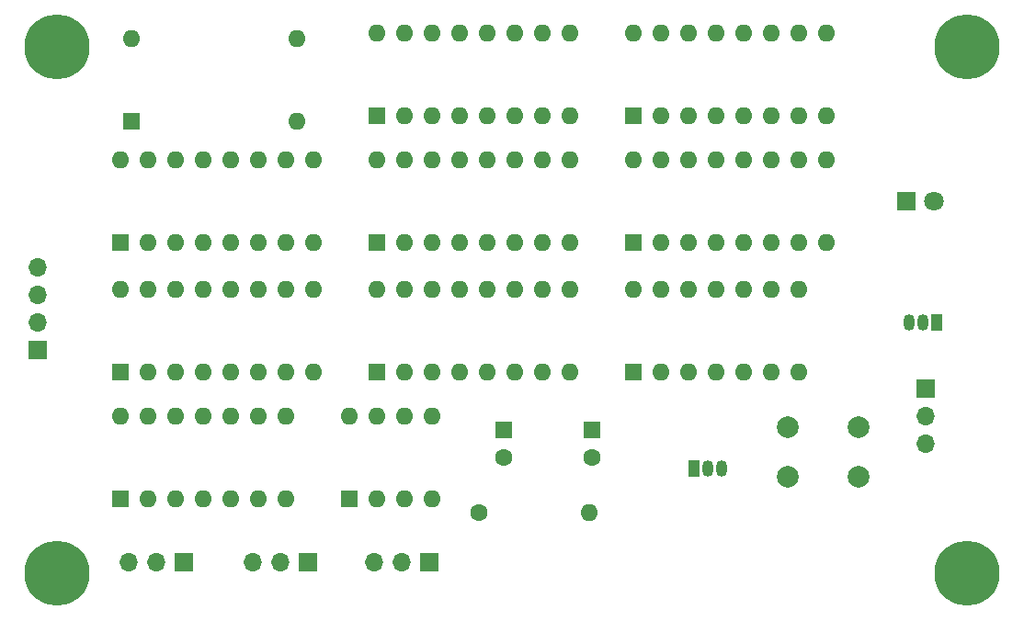
<source format=gbr>
%TF.GenerationSoftware,KiCad,Pcbnew,(5.1.10-1-10_14)*%
%TF.CreationDate,2021-07-31T21:51:31-04:00*%
%TF.ProjectId,CLOCK,434c4f43-4b2e-46b6-9963-61645f706362,rev?*%
%TF.SameCoordinates,Original*%
%TF.FileFunction,Soldermask,Bot*%
%TF.FilePolarity,Negative*%
%FSLAX46Y46*%
G04 Gerber Fmt 4.6, Leading zero omitted, Abs format (unit mm)*
G04 Created by KiCad (PCBNEW (5.1.10-1-10_14)) date 2021-07-31 21:51:31*
%MOMM*%
%LPD*%
G01*
G04 APERTURE LIST*
%ADD10O,1.700000X1.700000*%
%ADD11R,1.700000X1.700000*%
%ADD12C,6.000000*%
%ADD13C,0.800000*%
%ADD14O,1.600000X1.600000*%
%ADD15C,1.600000*%
%ADD16C,2.000000*%
%ADD17R,1.050000X1.500000*%
%ADD18O,1.050000X1.500000*%
%ADD19C,1.800000*%
%ADD20R,1.800000X1.800000*%
%ADD21R,1.600000X1.600000*%
G04 APERTURE END LIST*
D10*
%TO.C,J2*%
X63754000Y-45466000D03*
X63754000Y-48006000D03*
X63754000Y-50546000D03*
D11*
X63754000Y-53086000D03*
%TD*%
D12*
%TO.C,REF\u002A\u002A*%
X149352000Y-25146000D03*
D13*
X151602000Y-25146000D03*
X150942990Y-26736990D03*
X149352000Y-27396000D03*
X147761010Y-26736990D03*
X147102000Y-25146000D03*
X147761010Y-23555010D03*
X149352000Y-22896000D03*
X150942990Y-23555010D03*
%TD*%
%TO.C,REF\u002A\u002A*%
X150942990Y-72069010D03*
X149352000Y-71410000D03*
X147761010Y-72069010D03*
X147102000Y-73660000D03*
X147761010Y-75250990D03*
X149352000Y-75910000D03*
X150942990Y-75250990D03*
X151602000Y-73660000D03*
D12*
X149352000Y-73660000D03*
%TD*%
%TO.C,REF\u002A\u002A*%
X65532000Y-73660000D03*
D13*
X67782000Y-73660000D03*
X67122990Y-75250990D03*
X65532000Y-75910000D03*
X63941010Y-75250990D03*
X63282000Y-73660000D03*
X63941010Y-72069010D03*
X65532000Y-71410000D03*
X67122990Y-72069010D03*
%TD*%
%TO.C,REF\u002A\u002A*%
X67122990Y-23555010D03*
X65532000Y-22896000D03*
X63941010Y-23555010D03*
X63282000Y-25146000D03*
X63941010Y-26736990D03*
X65532000Y-27396000D03*
X67122990Y-26736990D03*
X67782000Y-25146000D03*
D12*
X65532000Y-25146000D03*
%TD*%
D14*
%TO.C,R2*%
X114554000Y-68072000D03*
D15*
X104394000Y-68072000D03*
%TD*%
D16*
%TO.C,SW3*%
X139342000Y-60198000D03*
X139342000Y-64698000D03*
X132842000Y-60198000D03*
X132842000Y-64698000D03*
%TD*%
D17*
%TO.C,Q2*%
X146558000Y-50546000D03*
D18*
X144018000Y-50546000D03*
X145288000Y-50546000D03*
%TD*%
D17*
%TO.C,Q1*%
X124206000Y-64008000D03*
D18*
X126746000Y-64008000D03*
X125476000Y-64008000D03*
%TD*%
D10*
%TO.C,J7*%
X145542000Y-61722000D03*
X145542000Y-59182000D03*
D11*
X145542000Y-56642000D03*
%TD*%
D10*
%TO.C,J6*%
X94742000Y-72644000D03*
X97282000Y-72644000D03*
D11*
X99822000Y-72644000D03*
%TD*%
D10*
%TO.C,J5*%
X83566000Y-72644000D03*
X86106000Y-72644000D03*
D11*
X88646000Y-72644000D03*
%TD*%
D10*
%TO.C,J3*%
X72136000Y-72644000D03*
X74676000Y-72644000D03*
D11*
X77216000Y-72644000D03*
%TD*%
D19*
%TO.C,D2*%
X146304000Y-39370000D03*
D20*
X143764000Y-39370000D03*
%TD*%
D15*
%TO.C,C4*%
X106680000Y-62952000D03*
D21*
X106680000Y-60452000D03*
%TD*%
D15*
%TO.C,C3*%
X114808000Y-62952000D03*
D21*
X114808000Y-60452000D03*
%TD*%
D14*
%TO.C,U10*%
X71374000Y-59182000D03*
X86614000Y-66802000D03*
X73914000Y-59182000D03*
X84074000Y-66802000D03*
X76454000Y-59182000D03*
X81534000Y-66802000D03*
X78994000Y-59182000D03*
X78994000Y-66802000D03*
X81534000Y-59182000D03*
X76454000Y-66802000D03*
X84074000Y-59182000D03*
X73914000Y-66802000D03*
X86614000Y-59182000D03*
D21*
X71374000Y-66802000D03*
%TD*%
D14*
%TO.C,U9*%
X118618000Y-47498000D03*
X133858000Y-55118000D03*
X121158000Y-47498000D03*
X131318000Y-55118000D03*
X123698000Y-47498000D03*
X128778000Y-55118000D03*
X126238000Y-47498000D03*
X126238000Y-55118000D03*
X128778000Y-47498000D03*
X123698000Y-55118000D03*
X131318000Y-47498000D03*
X121158000Y-55118000D03*
X133858000Y-47498000D03*
D21*
X118618000Y-55118000D03*
%TD*%
D14*
%TO.C,U11*%
X92456000Y-59182000D03*
X100076000Y-66802000D03*
X94996000Y-59182000D03*
X97536000Y-66802000D03*
X97536000Y-59182000D03*
X94996000Y-66802000D03*
X100076000Y-59182000D03*
D21*
X92456000Y-66802000D03*
%TD*%
D14*
%TO.C,U8*%
X71374000Y-47498000D03*
X89154000Y-55118000D03*
X73914000Y-47498000D03*
X86614000Y-55118000D03*
X76454000Y-47498000D03*
X84074000Y-55118000D03*
X78994000Y-47498000D03*
X81534000Y-55118000D03*
X81534000Y-47498000D03*
X78994000Y-55118000D03*
X84074000Y-47498000D03*
X76454000Y-55118000D03*
X86614000Y-47498000D03*
X73914000Y-55118000D03*
X89154000Y-47498000D03*
D21*
X71374000Y-55118000D03*
%TD*%
D14*
%TO.C,U7*%
X118618000Y-35560000D03*
X136398000Y-43180000D03*
X121158000Y-35560000D03*
X133858000Y-43180000D03*
X123698000Y-35560000D03*
X131318000Y-43180000D03*
X126238000Y-35560000D03*
X128778000Y-43180000D03*
X128778000Y-35560000D03*
X126238000Y-43180000D03*
X131318000Y-35560000D03*
X123698000Y-43180000D03*
X133858000Y-35560000D03*
X121158000Y-43180000D03*
X136398000Y-35560000D03*
D21*
X118618000Y-43180000D03*
%TD*%
D14*
%TO.C,U6*%
X94996000Y-35560000D03*
X112776000Y-43180000D03*
X97536000Y-35560000D03*
X110236000Y-43180000D03*
X100076000Y-35560000D03*
X107696000Y-43180000D03*
X102616000Y-35560000D03*
X105156000Y-43180000D03*
X105156000Y-35560000D03*
X102616000Y-43180000D03*
X107696000Y-35560000D03*
X100076000Y-43180000D03*
X110236000Y-35560000D03*
X97536000Y-43180000D03*
X112776000Y-35560000D03*
D21*
X94996000Y-43180000D03*
%TD*%
D14*
%TO.C,U5*%
X94996000Y-47498000D03*
X112776000Y-55118000D03*
X97536000Y-47498000D03*
X110236000Y-55118000D03*
X100076000Y-47498000D03*
X107696000Y-55118000D03*
X102616000Y-47498000D03*
X105156000Y-55118000D03*
X105156000Y-47498000D03*
X102616000Y-55118000D03*
X107696000Y-47498000D03*
X100076000Y-55118000D03*
X110236000Y-47498000D03*
X97536000Y-55118000D03*
X112776000Y-47498000D03*
D21*
X94996000Y-55118000D03*
%TD*%
D14*
%TO.C,U4*%
X94996000Y-23876000D03*
X112776000Y-31496000D03*
X97536000Y-23876000D03*
X110236000Y-31496000D03*
X100076000Y-23876000D03*
X107696000Y-31496000D03*
X102616000Y-23876000D03*
X105156000Y-31496000D03*
X105156000Y-23876000D03*
X102616000Y-31496000D03*
X107696000Y-23876000D03*
X100076000Y-31496000D03*
X110236000Y-23876000D03*
X97536000Y-31496000D03*
X112776000Y-23876000D03*
D21*
X94996000Y-31496000D03*
%TD*%
%TO.C,U3*%
X72390000Y-32004000D03*
D14*
X87630000Y-24384000D03*
X87630000Y-32004000D03*
X72390000Y-24384000D03*
%TD*%
%TO.C,U2*%
X71374000Y-35560000D03*
X89154000Y-43180000D03*
X73914000Y-35560000D03*
X86614000Y-43180000D03*
X76454000Y-35560000D03*
X84074000Y-43180000D03*
X78994000Y-35560000D03*
X81534000Y-43180000D03*
X81534000Y-35560000D03*
X78994000Y-43180000D03*
X84074000Y-35560000D03*
X76454000Y-43180000D03*
X86614000Y-35560000D03*
X73914000Y-43180000D03*
X89154000Y-35560000D03*
D21*
X71374000Y-43180000D03*
%TD*%
D14*
%TO.C,U1*%
X118618000Y-23876000D03*
X136398000Y-31496000D03*
X121158000Y-23876000D03*
X133858000Y-31496000D03*
X123698000Y-23876000D03*
X131318000Y-31496000D03*
X126238000Y-23876000D03*
X128778000Y-31496000D03*
X128778000Y-23876000D03*
X126238000Y-31496000D03*
X131318000Y-23876000D03*
X123698000Y-31496000D03*
X133858000Y-23876000D03*
X121158000Y-31496000D03*
X136398000Y-23876000D03*
D21*
X118618000Y-31496000D03*
%TD*%
M02*

</source>
